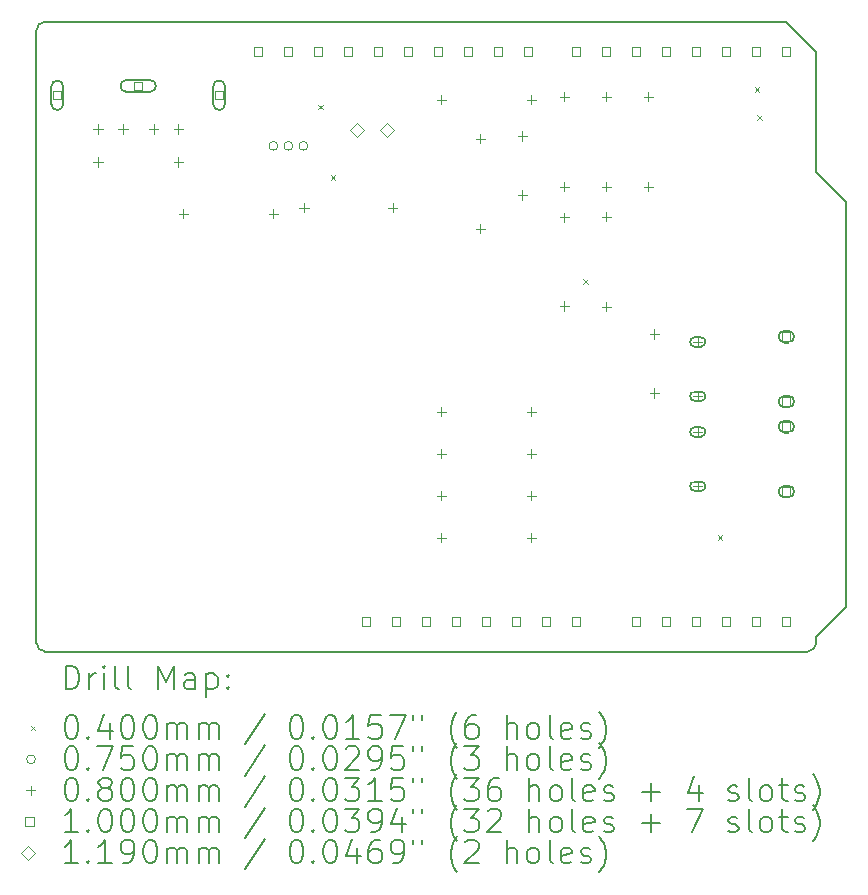
<source format=gbr>
%FSLAX45Y45*%
G04 Gerber Fmt 4.5, Leading zero omitted, Abs format (unit mm)*
G04 Created by KiCad (PCBNEW (6.0.6)) date 2022-07-11 15:06:24*
%MOMM*%
%LPD*%
G01*
G04 APERTURE LIST*
%TA.AperFunction,Profile*%
%ADD10C,0.150000*%
%TD*%
%ADD11C,0.200000*%
%ADD12C,0.040000*%
%ADD13C,0.075000*%
%ADD14C,0.080000*%
%ADD15C,0.100000*%
%ADD16C,0.119000*%
G04 APERTURE END LIST*
D10*
X16604000Y-5936000D02*
X16858000Y-6190000D01*
X10000000Y-9923800D02*
X10000000Y-4742200D01*
X16858000Y-6190000D02*
X16858000Y-9619000D01*
X16527800Y-10000000D02*
X10076200Y-10000000D01*
X10076200Y-4666000D02*
X16350000Y-4666000D01*
X10000000Y-9923800D02*
G75*
G03*
X10076200Y-10000000I76200J0D01*
G01*
X16858000Y-9619000D02*
X16604000Y-9873000D01*
X16350000Y-4666000D02*
X16604000Y-4920000D01*
X16527800Y-10000000D02*
G75*
G03*
X16604000Y-9923800I0J76200D01*
G01*
X16604000Y-4920000D02*
X16604000Y-5936000D01*
X16604000Y-9873000D02*
X16604000Y-9923800D01*
X10076200Y-4666000D02*
G75*
G03*
X10000000Y-4742200I0J-76200D01*
G01*
D11*
D12*
X12388600Y-5367950D02*
X12428600Y-5407950D01*
X12428600Y-5367950D02*
X12388600Y-5407950D01*
X12490950Y-5963070D02*
X12530950Y-6003070D01*
X12530950Y-5963070D02*
X12490950Y-6003070D01*
X14632620Y-6848520D02*
X14672620Y-6888520D01*
X14672620Y-6848520D02*
X14632620Y-6888520D01*
X15767550Y-9014800D02*
X15807550Y-9054800D01*
X15807550Y-9014800D02*
X15767550Y-9054800D01*
X16081600Y-5219180D02*
X16121600Y-5259180D01*
X16121600Y-5219180D02*
X16081600Y-5259180D01*
X16105960Y-5456440D02*
X16145960Y-5496440D01*
X16145960Y-5456440D02*
X16105960Y-5496440D01*
D13*
X12044100Y-5718000D02*
G75*
G03*
X12044100Y-5718000I-37500J0D01*
G01*
X12171100Y-5718000D02*
G75*
G03*
X12171100Y-5718000I-37500J0D01*
G01*
X12298100Y-5718000D02*
G75*
G03*
X12298100Y-5718000I-37500J0D01*
G01*
D14*
X10522600Y-5534700D02*
X10522600Y-5614700D01*
X10482600Y-5574700D02*
X10562600Y-5574700D01*
X10522600Y-5814700D02*
X10522600Y-5894700D01*
X10482600Y-5854700D02*
X10562600Y-5854700D01*
X10732600Y-5534700D02*
X10732600Y-5614700D01*
X10692600Y-5574700D02*
X10772600Y-5574700D01*
X10992600Y-5534700D02*
X10992600Y-5614700D01*
X10952600Y-5574700D02*
X11032600Y-5574700D01*
X11202600Y-5534700D02*
X11202600Y-5614700D01*
X11162600Y-5574700D02*
X11242600Y-5574700D01*
X11202600Y-5814700D02*
X11202600Y-5894700D01*
X11162600Y-5854700D02*
X11242600Y-5854700D01*
X11244600Y-6251600D02*
X11244600Y-6331600D01*
X11204600Y-6291600D02*
X11284600Y-6291600D01*
X12006600Y-6251600D02*
X12006600Y-6331600D01*
X11966600Y-6291600D02*
X12046600Y-6291600D01*
X12266600Y-6200800D02*
X12266600Y-6280800D01*
X12226600Y-6240800D02*
X12306600Y-6240800D01*
X13016600Y-6200800D02*
X13016600Y-6280800D01*
X12976600Y-6240800D02*
X13056600Y-6240800D01*
X13429000Y-5286400D02*
X13429000Y-5366400D01*
X13389000Y-5326400D02*
X13469000Y-5326400D01*
X13429000Y-7928000D02*
X13429000Y-8008000D01*
X13389000Y-7968000D02*
X13469000Y-7968000D01*
X13429000Y-8283600D02*
X13429000Y-8363600D01*
X13389000Y-8323600D02*
X13469000Y-8323600D01*
X13429000Y-8639200D02*
X13429000Y-8719200D01*
X13389000Y-8679200D02*
X13469000Y-8679200D01*
X13429000Y-8994800D02*
X13429000Y-9074800D01*
X13389000Y-9034800D02*
X13469000Y-9034800D01*
X13759200Y-5616600D02*
X13759200Y-5696600D01*
X13719200Y-5656600D02*
X13799200Y-5656600D01*
X13759200Y-6378600D02*
X13759200Y-6458600D01*
X13719200Y-6418600D02*
X13799200Y-6418600D01*
X14114800Y-5595200D02*
X14114800Y-5675200D01*
X14074800Y-5635200D02*
X14154800Y-5635200D01*
X14114800Y-6095200D02*
X14114800Y-6175200D01*
X14074800Y-6135200D02*
X14154800Y-6135200D01*
X14191000Y-5286400D02*
X14191000Y-5366400D01*
X14151000Y-5326400D02*
X14231000Y-5326400D01*
X14191000Y-7928000D02*
X14191000Y-8008000D01*
X14151000Y-7968000D02*
X14231000Y-7968000D01*
X14191000Y-8283600D02*
X14191000Y-8363600D01*
X14151000Y-8323600D02*
X14231000Y-8323600D01*
X14191000Y-8639200D02*
X14191000Y-8719200D01*
X14151000Y-8679200D02*
X14231000Y-8679200D01*
X14191000Y-8994800D02*
X14191000Y-9074800D01*
X14151000Y-9034800D02*
X14231000Y-9034800D01*
X14470400Y-5261000D02*
X14470400Y-5341000D01*
X14430400Y-5301000D02*
X14510400Y-5301000D01*
X14470400Y-6023000D02*
X14470400Y-6103000D01*
X14430400Y-6063000D02*
X14510400Y-6063000D01*
X14470400Y-6283000D02*
X14470400Y-6363000D01*
X14430400Y-6323000D02*
X14510400Y-6323000D01*
X14470400Y-7033000D02*
X14470400Y-7113000D01*
X14430400Y-7073000D02*
X14510400Y-7073000D01*
X14826000Y-5261000D02*
X14826000Y-5341000D01*
X14786000Y-5301000D02*
X14866000Y-5301000D01*
X14826000Y-6023000D02*
X14826000Y-6103000D01*
X14786000Y-6063000D02*
X14866000Y-6063000D01*
X14826000Y-6277000D02*
X14826000Y-6357000D01*
X14786000Y-6317000D02*
X14866000Y-6317000D01*
X14826000Y-7039000D02*
X14826000Y-7119000D01*
X14786000Y-7079000D02*
X14866000Y-7079000D01*
X15181600Y-5261000D02*
X15181600Y-5341000D01*
X15141600Y-5301000D02*
X15221600Y-5301000D01*
X15181600Y-6023000D02*
X15181600Y-6103000D01*
X15141600Y-6063000D02*
X15221600Y-6063000D01*
X15232400Y-7271600D02*
X15232400Y-7351600D01*
X15192400Y-7311600D02*
X15272400Y-7311600D01*
X15232400Y-7771600D02*
X15232400Y-7851600D01*
X15192400Y-7811600D02*
X15272400Y-7811600D01*
X15600000Y-7338000D02*
X15600000Y-7418000D01*
X15560000Y-7378000D02*
X15640000Y-7378000D01*
D11*
X15625000Y-7338000D02*
X15575000Y-7338000D01*
X15625000Y-7418000D02*
X15575000Y-7418000D01*
X15575000Y-7338000D02*
G75*
G03*
X15575000Y-7418000I0J-40000D01*
G01*
X15625000Y-7418000D02*
G75*
G03*
X15625000Y-7338000I0J40000D01*
G01*
D14*
X15600000Y-7798000D02*
X15600000Y-7878000D01*
X15560000Y-7838000D02*
X15640000Y-7838000D01*
D11*
X15625000Y-7798000D02*
X15575000Y-7798000D01*
X15625000Y-7878000D02*
X15575000Y-7878000D01*
X15575000Y-7798000D02*
G75*
G03*
X15575000Y-7878000I0J-40000D01*
G01*
X15625000Y-7878000D02*
G75*
G03*
X15625000Y-7798000I0J40000D01*
G01*
D14*
X15600000Y-8100000D02*
X15600000Y-8180000D01*
X15560000Y-8140000D02*
X15640000Y-8140000D01*
D11*
X15625000Y-8100000D02*
X15575000Y-8100000D01*
X15625000Y-8180000D02*
X15575000Y-8180000D01*
X15575000Y-8100000D02*
G75*
G03*
X15575000Y-8180000I0J-40000D01*
G01*
X15625000Y-8180000D02*
G75*
G03*
X15625000Y-8100000I0J40000D01*
G01*
D14*
X15600000Y-8560000D02*
X15600000Y-8640000D01*
X15560000Y-8600000D02*
X15640000Y-8600000D01*
D11*
X15625000Y-8560000D02*
X15575000Y-8560000D01*
X15625000Y-8640000D02*
X15575000Y-8640000D01*
X15575000Y-8560000D02*
G75*
G03*
X15575000Y-8640000I0J-40000D01*
G01*
X15625000Y-8640000D02*
G75*
G03*
X15625000Y-8560000I0J40000D01*
G01*
D15*
X10212956Y-5325056D02*
X10212956Y-5254344D01*
X10142244Y-5254344D01*
X10142244Y-5325056D01*
X10212956Y-5325056D01*
D11*
X10227600Y-5364700D02*
X10227600Y-5214700D01*
X10127600Y-5364700D02*
X10127600Y-5214700D01*
X10227600Y-5214700D02*
G75*
G03*
X10127600Y-5214700I-50000J0D01*
G01*
X10127600Y-5364700D02*
G75*
G03*
X10227600Y-5364700I50000J0D01*
G01*
D15*
X10897956Y-5245056D02*
X10897956Y-5174344D01*
X10827244Y-5174344D01*
X10827244Y-5245056D01*
X10897956Y-5245056D01*
D11*
X10962600Y-5159700D02*
X10762600Y-5159700D01*
X10962600Y-5259700D02*
X10762600Y-5259700D01*
X10762600Y-5159700D02*
G75*
G03*
X10762600Y-5259700I0J-50000D01*
G01*
X10962600Y-5259700D02*
G75*
G03*
X10962600Y-5159700I0J50000D01*
G01*
D15*
X11582956Y-5325056D02*
X11582956Y-5254344D01*
X11512244Y-5254344D01*
X11512244Y-5325056D01*
X11582956Y-5325056D01*
D11*
X11597600Y-5364700D02*
X11597600Y-5214700D01*
X11497600Y-5364700D02*
X11497600Y-5214700D01*
X11597600Y-5214700D02*
G75*
G03*
X11497600Y-5214700I-50000J0D01*
G01*
X11497600Y-5364700D02*
G75*
G03*
X11597600Y-5364700I50000J0D01*
G01*
D15*
X11914956Y-4955356D02*
X11914956Y-4884644D01*
X11844244Y-4884644D01*
X11844244Y-4955356D01*
X11914956Y-4955356D01*
X12168956Y-4955356D02*
X12168956Y-4884644D01*
X12098244Y-4884644D01*
X12098244Y-4955356D01*
X12168956Y-4955356D01*
X12422956Y-4955356D02*
X12422956Y-4884644D01*
X12352244Y-4884644D01*
X12352244Y-4955356D01*
X12422956Y-4955356D01*
X12676956Y-4955356D02*
X12676956Y-4884644D01*
X12606244Y-4884644D01*
X12606244Y-4955356D01*
X12676956Y-4955356D01*
X12829356Y-9781356D02*
X12829356Y-9710644D01*
X12758644Y-9710644D01*
X12758644Y-9781356D01*
X12829356Y-9781356D01*
X12930956Y-4955356D02*
X12930956Y-4884644D01*
X12860244Y-4884644D01*
X12860244Y-4955356D01*
X12930956Y-4955356D01*
X13083356Y-9781356D02*
X13083356Y-9710644D01*
X13012644Y-9710644D01*
X13012644Y-9781356D01*
X13083356Y-9781356D01*
X13184956Y-4955356D02*
X13184956Y-4884644D01*
X13114244Y-4884644D01*
X13114244Y-4955356D01*
X13184956Y-4955356D01*
X13337356Y-9781356D02*
X13337356Y-9710644D01*
X13266644Y-9710644D01*
X13266644Y-9781356D01*
X13337356Y-9781356D01*
X13438956Y-4955356D02*
X13438956Y-4884644D01*
X13368244Y-4884644D01*
X13368244Y-4955356D01*
X13438956Y-4955356D01*
X13591356Y-9781356D02*
X13591356Y-9710644D01*
X13520644Y-9710644D01*
X13520644Y-9781356D01*
X13591356Y-9781356D01*
X13692956Y-4955356D02*
X13692956Y-4884644D01*
X13622244Y-4884644D01*
X13622244Y-4955356D01*
X13692956Y-4955356D01*
X13845356Y-9781356D02*
X13845356Y-9710644D01*
X13774644Y-9710644D01*
X13774644Y-9781356D01*
X13845356Y-9781356D01*
X13946956Y-4955356D02*
X13946956Y-4884644D01*
X13876244Y-4884644D01*
X13876244Y-4955356D01*
X13946956Y-4955356D01*
X14099356Y-9781356D02*
X14099356Y-9710644D01*
X14028644Y-9710644D01*
X14028644Y-9781356D01*
X14099356Y-9781356D01*
X14200956Y-4955356D02*
X14200956Y-4884644D01*
X14130244Y-4884644D01*
X14130244Y-4955356D01*
X14200956Y-4955356D01*
X14353356Y-9781356D02*
X14353356Y-9710644D01*
X14282644Y-9710644D01*
X14282644Y-9781356D01*
X14353356Y-9781356D01*
X14607356Y-4955356D02*
X14607356Y-4884644D01*
X14536644Y-4884644D01*
X14536644Y-4955356D01*
X14607356Y-4955356D01*
X14607356Y-9781356D02*
X14607356Y-9710644D01*
X14536644Y-9710644D01*
X14536644Y-9781356D01*
X14607356Y-9781356D01*
X14861356Y-4955356D02*
X14861356Y-4884644D01*
X14790644Y-4884644D01*
X14790644Y-4955356D01*
X14861356Y-4955356D01*
X15115356Y-4955356D02*
X15115356Y-4884644D01*
X15044644Y-4884644D01*
X15044644Y-4955356D01*
X15115356Y-4955356D01*
X15115356Y-9781356D02*
X15115356Y-9710644D01*
X15044644Y-9710644D01*
X15044644Y-9781356D01*
X15115356Y-9781356D01*
X15369356Y-4955356D02*
X15369356Y-4884644D01*
X15298644Y-4884644D01*
X15298644Y-4955356D01*
X15369356Y-4955356D01*
X15369356Y-9781356D02*
X15369356Y-9710644D01*
X15298644Y-9710644D01*
X15298644Y-9781356D01*
X15369356Y-9781356D01*
X15623356Y-4955356D02*
X15623356Y-4884644D01*
X15552644Y-4884644D01*
X15552644Y-4955356D01*
X15623356Y-4955356D01*
X15623356Y-9781356D02*
X15623356Y-9710644D01*
X15552644Y-9710644D01*
X15552644Y-9781356D01*
X15623356Y-9781356D01*
X15877356Y-4955356D02*
X15877356Y-4884644D01*
X15806644Y-4884644D01*
X15806644Y-4955356D01*
X15877356Y-4955356D01*
X15877356Y-9781356D02*
X15877356Y-9710644D01*
X15806644Y-9710644D01*
X15806644Y-9781356D01*
X15877356Y-9781356D01*
X16131356Y-4955356D02*
X16131356Y-4884644D01*
X16060644Y-4884644D01*
X16060644Y-4955356D01*
X16131356Y-4955356D01*
X16131356Y-9781356D02*
X16131356Y-9710644D01*
X16060644Y-9710644D01*
X16060644Y-9781356D01*
X16131356Y-9781356D01*
X16385356Y-4955356D02*
X16385356Y-4884644D01*
X16314644Y-4884644D01*
X16314644Y-4955356D01*
X16385356Y-4955356D01*
X16385356Y-7368356D02*
X16385356Y-7297644D01*
X16314644Y-7297644D01*
X16314644Y-7368356D01*
X16385356Y-7368356D01*
D11*
X16365000Y-7283000D02*
X16335000Y-7283000D01*
X16365000Y-7383000D02*
X16335000Y-7383000D01*
X16335000Y-7283000D02*
G75*
G03*
X16335000Y-7383000I0J-50000D01*
G01*
X16365000Y-7383000D02*
G75*
G03*
X16365000Y-7283000I0J50000D01*
G01*
D15*
X16385356Y-7918356D02*
X16385356Y-7847644D01*
X16314644Y-7847644D01*
X16314644Y-7918356D01*
X16385356Y-7918356D01*
D11*
X16365000Y-7833000D02*
X16335000Y-7833000D01*
X16365000Y-7933000D02*
X16335000Y-7933000D01*
X16335000Y-7833000D02*
G75*
G03*
X16335000Y-7933000I0J-50000D01*
G01*
X16365000Y-7933000D02*
G75*
G03*
X16365000Y-7833000I0J50000D01*
G01*
D15*
X16385356Y-8130356D02*
X16385356Y-8059644D01*
X16314644Y-8059644D01*
X16314644Y-8130356D01*
X16385356Y-8130356D01*
D11*
X16365000Y-8045000D02*
X16335000Y-8045000D01*
X16365000Y-8145000D02*
X16335000Y-8145000D01*
X16335000Y-8045000D02*
G75*
G03*
X16335000Y-8145000I0J-50000D01*
G01*
X16365000Y-8145000D02*
G75*
G03*
X16365000Y-8045000I0J50000D01*
G01*
D15*
X16385356Y-8680356D02*
X16385356Y-8609644D01*
X16314644Y-8609644D01*
X16314644Y-8680356D01*
X16385356Y-8680356D01*
D11*
X16365000Y-8595000D02*
X16335000Y-8595000D01*
X16365000Y-8695000D02*
X16335000Y-8695000D01*
X16335000Y-8595000D02*
G75*
G03*
X16335000Y-8695000I0J-50000D01*
G01*
X16365000Y-8695000D02*
G75*
G03*
X16365000Y-8595000I0J50000D01*
G01*
D15*
X16385356Y-9781356D02*
X16385356Y-9710644D01*
X16314644Y-9710644D01*
X16314644Y-9781356D01*
X16385356Y-9781356D01*
D16*
X12717800Y-5641900D02*
X12777300Y-5582400D01*
X12717800Y-5522900D01*
X12658300Y-5582400D01*
X12717800Y-5641900D01*
X12971800Y-5641900D02*
X13031300Y-5582400D01*
X12971800Y-5522900D01*
X12912300Y-5582400D01*
X12971800Y-5641900D01*
D11*
X10250119Y-10317976D02*
X10250119Y-10117976D01*
X10297738Y-10117976D01*
X10326310Y-10127500D01*
X10345357Y-10146548D01*
X10354881Y-10165595D01*
X10364405Y-10203690D01*
X10364405Y-10232262D01*
X10354881Y-10270357D01*
X10345357Y-10289405D01*
X10326310Y-10308452D01*
X10297738Y-10317976D01*
X10250119Y-10317976D01*
X10450119Y-10317976D02*
X10450119Y-10184643D01*
X10450119Y-10222738D02*
X10459643Y-10203690D01*
X10469167Y-10194167D01*
X10488214Y-10184643D01*
X10507262Y-10184643D01*
X10573929Y-10317976D02*
X10573929Y-10184643D01*
X10573929Y-10117976D02*
X10564405Y-10127500D01*
X10573929Y-10137024D01*
X10583452Y-10127500D01*
X10573929Y-10117976D01*
X10573929Y-10137024D01*
X10697738Y-10317976D02*
X10678690Y-10308452D01*
X10669167Y-10289405D01*
X10669167Y-10117976D01*
X10802500Y-10317976D02*
X10783452Y-10308452D01*
X10773929Y-10289405D01*
X10773929Y-10117976D01*
X11031071Y-10317976D02*
X11031071Y-10117976D01*
X11097738Y-10260833D01*
X11164405Y-10117976D01*
X11164405Y-10317976D01*
X11345357Y-10317976D02*
X11345357Y-10213214D01*
X11335833Y-10194167D01*
X11316786Y-10184643D01*
X11278690Y-10184643D01*
X11259643Y-10194167D01*
X11345357Y-10308452D02*
X11326309Y-10317976D01*
X11278690Y-10317976D01*
X11259643Y-10308452D01*
X11250119Y-10289405D01*
X11250119Y-10270357D01*
X11259643Y-10251310D01*
X11278690Y-10241786D01*
X11326309Y-10241786D01*
X11345357Y-10232262D01*
X11440595Y-10184643D02*
X11440595Y-10384643D01*
X11440595Y-10194167D02*
X11459643Y-10184643D01*
X11497738Y-10184643D01*
X11516786Y-10194167D01*
X11526309Y-10203690D01*
X11535833Y-10222738D01*
X11535833Y-10279881D01*
X11526309Y-10298929D01*
X11516786Y-10308452D01*
X11497738Y-10317976D01*
X11459643Y-10317976D01*
X11440595Y-10308452D01*
X11621548Y-10298929D02*
X11631071Y-10308452D01*
X11621548Y-10317976D01*
X11612024Y-10308452D01*
X11621548Y-10298929D01*
X11621548Y-10317976D01*
X11621548Y-10194167D02*
X11631071Y-10203690D01*
X11621548Y-10213214D01*
X11612024Y-10203690D01*
X11621548Y-10194167D01*
X11621548Y-10213214D01*
D12*
X9952500Y-10627500D02*
X9992500Y-10667500D01*
X9992500Y-10627500D02*
X9952500Y-10667500D01*
D11*
X10288214Y-10537976D02*
X10307262Y-10537976D01*
X10326310Y-10547500D01*
X10335833Y-10557024D01*
X10345357Y-10576071D01*
X10354881Y-10614167D01*
X10354881Y-10661786D01*
X10345357Y-10699881D01*
X10335833Y-10718929D01*
X10326310Y-10728452D01*
X10307262Y-10737976D01*
X10288214Y-10737976D01*
X10269167Y-10728452D01*
X10259643Y-10718929D01*
X10250119Y-10699881D01*
X10240595Y-10661786D01*
X10240595Y-10614167D01*
X10250119Y-10576071D01*
X10259643Y-10557024D01*
X10269167Y-10547500D01*
X10288214Y-10537976D01*
X10440595Y-10718929D02*
X10450119Y-10728452D01*
X10440595Y-10737976D01*
X10431071Y-10728452D01*
X10440595Y-10718929D01*
X10440595Y-10737976D01*
X10621548Y-10604643D02*
X10621548Y-10737976D01*
X10573929Y-10528452D02*
X10526310Y-10671310D01*
X10650119Y-10671310D01*
X10764405Y-10537976D02*
X10783452Y-10537976D01*
X10802500Y-10547500D01*
X10812024Y-10557024D01*
X10821548Y-10576071D01*
X10831071Y-10614167D01*
X10831071Y-10661786D01*
X10821548Y-10699881D01*
X10812024Y-10718929D01*
X10802500Y-10728452D01*
X10783452Y-10737976D01*
X10764405Y-10737976D01*
X10745357Y-10728452D01*
X10735833Y-10718929D01*
X10726310Y-10699881D01*
X10716786Y-10661786D01*
X10716786Y-10614167D01*
X10726310Y-10576071D01*
X10735833Y-10557024D01*
X10745357Y-10547500D01*
X10764405Y-10537976D01*
X10954881Y-10537976D02*
X10973929Y-10537976D01*
X10992976Y-10547500D01*
X11002500Y-10557024D01*
X11012024Y-10576071D01*
X11021548Y-10614167D01*
X11021548Y-10661786D01*
X11012024Y-10699881D01*
X11002500Y-10718929D01*
X10992976Y-10728452D01*
X10973929Y-10737976D01*
X10954881Y-10737976D01*
X10935833Y-10728452D01*
X10926310Y-10718929D01*
X10916786Y-10699881D01*
X10907262Y-10661786D01*
X10907262Y-10614167D01*
X10916786Y-10576071D01*
X10926310Y-10557024D01*
X10935833Y-10547500D01*
X10954881Y-10537976D01*
X11107262Y-10737976D02*
X11107262Y-10604643D01*
X11107262Y-10623690D02*
X11116786Y-10614167D01*
X11135833Y-10604643D01*
X11164405Y-10604643D01*
X11183452Y-10614167D01*
X11192976Y-10633214D01*
X11192976Y-10737976D01*
X11192976Y-10633214D02*
X11202500Y-10614167D01*
X11221548Y-10604643D01*
X11250119Y-10604643D01*
X11269167Y-10614167D01*
X11278690Y-10633214D01*
X11278690Y-10737976D01*
X11373928Y-10737976D02*
X11373928Y-10604643D01*
X11373928Y-10623690D02*
X11383452Y-10614167D01*
X11402500Y-10604643D01*
X11431071Y-10604643D01*
X11450119Y-10614167D01*
X11459643Y-10633214D01*
X11459643Y-10737976D01*
X11459643Y-10633214D02*
X11469167Y-10614167D01*
X11488214Y-10604643D01*
X11516786Y-10604643D01*
X11535833Y-10614167D01*
X11545357Y-10633214D01*
X11545357Y-10737976D01*
X11935833Y-10528452D02*
X11764405Y-10785595D01*
X12192976Y-10537976D02*
X12212024Y-10537976D01*
X12231071Y-10547500D01*
X12240595Y-10557024D01*
X12250119Y-10576071D01*
X12259643Y-10614167D01*
X12259643Y-10661786D01*
X12250119Y-10699881D01*
X12240595Y-10718929D01*
X12231071Y-10728452D01*
X12212024Y-10737976D01*
X12192976Y-10737976D01*
X12173928Y-10728452D01*
X12164405Y-10718929D01*
X12154881Y-10699881D01*
X12145357Y-10661786D01*
X12145357Y-10614167D01*
X12154881Y-10576071D01*
X12164405Y-10557024D01*
X12173928Y-10547500D01*
X12192976Y-10537976D01*
X12345357Y-10718929D02*
X12354881Y-10728452D01*
X12345357Y-10737976D01*
X12335833Y-10728452D01*
X12345357Y-10718929D01*
X12345357Y-10737976D01*
X12478690Y-10537976D02*
X12497738Y-10537976D01*
X12516786Y-10547500D01*
X12526309Y-10557024D01*
X12535833Y-10576071D01*
X12545357Y-10614167D01*
X12545357Y-10661786D01*
X12535833Y-10699881D01*
X12526309Y-10718929D01*
X12516786Y-10728452D01*
X12497738Y-10737976D01*
X12478690Y-10737976D01*
X12459643Y-10728452D01*
X12450119Y-10718929D01*
X12440595Y-10699881D01*
X12431071Y-10661786D01*
X12431071Y-10614167D01*
X12440595Y-10576071D01*
X12450119Y-10557024D01*
X12459643Y-10547500D01*
X12478690Y-10537976D01*
X12735833Y-10737976D02*
X12621548Y-10737976D01*
X12678690Y-10737976D02*
X12678690Y-10537976D01*
X12659643Y-10566548D01*
X12640595Y-10585595D01*
X12621548Y-10595119D01*
X12916786Y-10537976D02*
X12821548Y-10537976D01*
X12812024Y-10633214D01*
X12821548Y-10623690D01*
X12840595Y-10614167D01*
X12888214Y-10614167D01*
X12907262Y-10623690D01*
X12916786Y-10633214D01*
X12926309Y-10652262D01*
X12926309Y-10699881D01*
X12916786Y-10718929D01*
X12907262Y-10728452D01*
X12888214Y-10737976D01*
X12840595Y-10737976D01*
X12821548Y-10728452D01*
X12812024Y-10718929D01*
X12992976Y-10537976D02*
X13126309Y-10537976D01*
X13040595Y-10737976D01*
X13192976Y-10537976D02*
X13192976Y-10576071D01*
X13269167Y-10537976D02*
X13269167Y-10576071D01*
X13564405Y-10814167D02*
X13554881Y-10804643D01*
X13535833Y-10776071D01*
X13526309Y-10757024D01*
X13516786Y-10728452D01*
X13507262Y-10680833D01*
X13507262Y-10642738D01*
X13516786Y-10595119D01*
X13526309Y-10566548D01*
X13535833Y-10547500D01*
X13554881Y-10518929D01*
X13564405Y-10509405D01*
X13726309Y-10537976D02*
X13688214Y-10537976D01*
X13669167Y-10547500D01*
X13659643Y-10557024D01*
X13640595Y-10585595D01*
X13631071Y-10623690D01*
X13631071Y-10699881D01*
X13640595Y-10718929D01*
X13650119Y-10728452D01*
X13669167Y-10737976D01*
X13707262Y-10737976D01*
X13726309Y-10728452D01*
X13735833Y-10718929D01*
X13745357Y-10699881D01*
X13745357Y-10652262D01*
X13735833Y-10633214D01*
X13726309Y-10623690D01*
X13707262Y-10614167D01*
X13669167Y-10614167D01*
X13650119Y-10623690D01*
X13640595Y-10633214D01*
X13631071Y-10652262D01*
X13983452Y-10737976D02*
X13983452Y-10537976D01*
X14069167Y-10737976D02*
X14069167Y-10633214D01*
X14059643Y-10614167D01*
X14040595Y-10604643D01*
X14012024Y-10604643D01*
X13992976Y-10614167D01*
X13983452Y-10623690D01*
X14192976Y-10737976D02*
X14173928Y-10728452D01*
X14164405Y-10718929D01*
X14154881Y-10699881D01*
X14154881Y-10642738D01*
X14164405Y-10623690D01*
X14173928Y-10614167D01*
X14192976Y-10604643D01*
X14221548Y-10604643D01*
X14240595Y-10614167D01*
X14250119Y-10623690D01*
X14259643Y-10642738D01*
X14259643Y-10699881D01*
X14250119Y-10718929D01*
X14240595Y-10728452D01*
X14221548Y-10737976D01*
X14192976Y-10737976D01*
X14373928Y-10737976D02*
X14354881Y-10728452D01*
X14345357Y-10709405D01*
X14345357Y-10537976D01*
X14526309Y-10728452D02*
X14507262Y-10737976D01*
X14469167Y-10737976D01*
X14450119Y-10728452D01*
X14440595Y-10709405D01*
X14440595Y-10633214D01*
X14450119Y-10614167D01*
X14469167Y-10604643D01*
X14507262Y-10604643D01*
X14526309Y-10614167D01*
X14535833Y-10633214D01*
X14535833Y-10652262D01*
X14440595Y-10671310D01*
X14612024Y-10728452D02*
X14631071Y-10737976D01*
X14669167Y-10737976D01*
X14688214Y-10728452D01*
X14697738Y-10709405D01*
X14697738Y-10699881D01*
X14688214Y-10680833D01*
X14669167Y-10671310D01*
X14640595Y-10671310D01*
X14621548Y-10661786D01*
X14612024Y-10642738D01*
X14612024Y-10633214D01*
X14621548Y-10614167D01*
X14640595Y-10604643D01*
X14669167Y-10604643D01*
X14688214Y-10614167D01*
X14764405Y-10814167D02*
X14773928Y-10804643D01*
X14792976Y-10776071D01*
X14802500Y-10757024D01*
X14812024Y-10728452D01*
X14821548Y-10680833D01*
X14821548Y-10642738D01*
X14812024Y-10595119D01*
X14802500Y-10566548D01*
X14792976Y-10547500D01*
X14773928Y-10518929D01*
X14764405Y-10509405D01*
D13*
X9992500Y-10911500D02*
G75*
G03*
X9992500Y-10911500I-37500J0D01*
G01*
D11*
X10288214Y-10801976D02*
X10307262Y-10801976D01*
X10326310Y-10811500D01*
X10335833Y-10821024D01*
X10345357Y-10840071D01*
X10354881Y-10878167D01*
X10354881Y-10925786D01*
X10345357Y-10963881D01*
X10335833Y-10982929D01*
X10326310Y-10992452D01*
X10307262Y-11001976D01*
X10288214Y-11001976D01*
X10269167Y-10992452D01*
X10259643Y-10982929D01*
X10250119Y-10963881D01*
X10240595Y-10925786D01*
X10240595Y-10878167D01*
X10250119Y-10840071D01*
X10259643Y-10821024D01*
X10269167Y-10811500D01*
X10288214Y-10801976D01*
X10440595Y-10982929D02*
X10450119Y-10992452D01*
X10440595Y-11001976D01*
X10431071Y-10992452D01*
X10440595Y-10982929D01*
X10440595Y-11001976D01*
X10516786Y-10801976D02*
X10650119Y-10801976D01*
X10564405Y-11001976D01*
X10821548Y-10801976D02*
X10726310Y-10801976D01*
X10716786Y-10897214D01*
X10726310Y-10887690D01*
X10745357Y-10878167D01*
X10792976Y-10878167D01*
X10812024Y-10887690D01*
X10821548Y-10897214D01*
X10831071Y-10916262D01*
X10831071Y-10963881D01*
X10821548Y-10982929D01*
X10812024Y-10992452D01*
X10792976Y-11001976D01*
X10745357Y-11001976D01*
X10726310Y-10992452D01*
X10716786Y-10982929D01*
X10954881Y-10801976D02*
X10973929Y-10801976D01*
X10992976Y-10811500D01*
X11002500Y-10821024D01*
X11012024Y-10840071D01*
X11021548Y-10878167D01*
X11021548Y-10925786D01*
X11012024Y-10963881D01*
X11002500Y-10982929D01*
X10992976Y-10992452D01*
X10973929Y-11001976D01*
X10954881Y-11001976D01*
X10935833Y-10992452D01*
X10926310Y-10982929D01*
X10916786Y-10963881D01*
X10907262Y-10925786D01*
X10907262Y-10878167D01*
X10916786Y-10840071D01*
X10926310Y-10821024D01*
X10935833Y-10811500D01*
X10954881Y-10801976D01*
X11107262Y-11001976D02*
X11107262Y-10868643D01*
X11107262Y-10887690D02*
X11116786Y-10878167D01*
X11135833Y-10868643D01*
X11164405Y-10868643D01*
X11183452Y-10878167D01*
X11192976Y-10897214D01*
X11192976Y-11001976D01*
X11192976Y-10897214D02*
X11202500Y-10878167D01*
X11221548Y-10868643D01*
X11250119Y-10868643D01*
X11269167Y-10878167D01*
X11278690Y-10897214D01*
X11278690Y-11001976D01*
X11373928Y-11001976D02*
X11373928Y-10868643D01*
X11373928Y-10887690D02*
X11383452Y-10878167D01*
X11402500Y-10868643D01*
X11431071Y-10868643D01*
X11450119Y-10878167D01*
X11459643Y-10897214D01*
X11459643Y-11001976D01*
X11459643Y-10897214D02*
X11469167Y-10878167D01*
X11488214Y-10868643D01*
X11516786Y-10868643D01*
X11535833Y-10878167D01*
X11545357Y-10897214D01*
X11545357Y-11001976D01*
X11935833Y-10792452D02*
X11764405Y-11049595D01*
X12192976Y-10801976D02*
X12212024Y-10801976D01*
X12231071Y-10811500D01*
X12240595Y-10821024D01*
X12250119Y-10840071D01*
X12259643Y-10878167D01*
X12259643Y-10925786D01*
X12250119Y-10963881D01*
X12240595Y-10982929D01*
X12231071Y-10992452D01*
X12212024Y-11001976D01*
X12192976Y-11001976D01*
X12173928Y-10992452D01*
X12164405Y-10982929D01*
X12154881Y-10963881D01*
X12145357Y-10925786D01*
X12145357Y-10878167D01*
X12154881Y-10840071D01*
X12164405Y-10821024D01*
X12173928Y-10811500D01*
X12192976Y-10801976D01*
X12345357Y-10982929D02*
X12354881Y-10992452D01*
X12345357Y-11001976D01*
X12335833Y-10992452D01*
X12345357Y-10982929D01*
X12345357Y-11001976D01*
X12478690Y-10801976D02*
X12497738Y-10801976D01*
X12516786Y-10811500D01*
X12526309Y-10821024D01*
X12535833Y-10840071D01*
X12545357Y-10878167D01*
X12545357Y-10925786D01*
X12535833Y-10963881D01*
X12526309Y-10982929D01*
X12516786Y-10992452D01*
X12497738Y-11001976D01*
X12478690Y-11001976D01*
X12459643Y-10992452D01*
X12450119Y-10982929D01*
X12440595Y-10963881D01*
X12431071Y-10925786D01*
X12431071Y-10878167D01*
X12440595Y-10840071D01*
X12450119Y-10821024D01*
X12459643Y-10811500D01*
X12478690Y-10801976D01*
X12621548Y-10821024D02*
X12631071Y-10811500D01*
X12650119Y-10801976D01*
X12697738Y-10801976D01*
X12716786Y-10811500D01*
X12726309Y-10821024D01*
X12735833Y-10840071D01*
X12735833Y-10859119D01*
X12726309Y-10887690D01*
X12612024Y-11001976D01*
X12735833Y-11001976D01*
X12831071Y-11001976D02*
X12869167Y-11001976D01*
X12888214Y-10992452D01*
X12897738Y-10982929D01*
X12916786Y-10954357D01*
X12926309Y-10916262D01*
X12926309Y-10840071D01*
X12916786Y-10821024D01*
X12907262Y-10811500D01*
X12888214Y-10801976D01*
X12850119Y-10801976D01*
X12831071Y-10811500D01*
X12821548Y-10821024D01*
X12812024Y-10840071D01*
X12812024Y-10887690D01*
X12821548Y-10906738D01*
X12831071Y-10916262D01*
X12850119Y-10925786D01*
X12888214Y-10925786D01*
X12907262Y-10916262D01*
X12916786Y-10906738D01*
X12926309Y-10887690D01*
X13107262Y-10801976D02*
X13012024Y-10801976D01*
X13002500Y-10897214D01*
X13012024Y-10887690D01*
X13031071Y-10878167D01*
X13078690Y-10878167D01*
X13097738Y-10887690D01*
X13107262Y-10897214D01*
X13116786Y-10916262D01*
X13116786Y-10963881D01*
X13107262Y-10982929D01*
X13097738Y-10992452D01*
X13078690Y-11001976D01*
X13031071Y-11001976D01*
X13012024Y-10992452D01*
X13002500Y-10982929D01*
X13192976Y-10801976D02*
X13192976Y-10840071D01*
X13269167Y-10801976D02*
X13269167Y-10840071D01*
X13564405Y-11078167D02*
X13554881Y-11068643D01*
X13535833Y-11040071D01*
X13526309Y-11021024D01*
X13516786Y-10992452D01*
X13507262Y-10944833D01*
X13507262Y-10906738D01*
X13516786Y-10859119D01*
X13526309Y-10830548D01*
X13535833Y-10811500D01*
X13554881Y-10782929D01*
X13564405Y-10773405D01*
X13621548Y-10801976D02*
X13745357Y-10801976D01*
X13678690Y-10878167D01*
X13707262Y-10878167D01*
X13726309Y-10887690D01*
X13735833Y-10897214D01*
X13745357Y-10916262D01*
X13745357Y-10963881D01*
X13735833Y-10982929D01*
X13726309Y-10992452D01*
X13707262Y-11001976D01*
X13650119Y-11001976D01*
X13631071Y-10992452D01*
X13621548Y-10982929D01*
X13983452Y-11001976D02*
X13983452Y-10801976D01*
X14069167Y-11001976D02*
X14069167Y-10897214D01*
X14059643Y-10878167D01*
X14040595Y-10868643D01*
X14012024Y-10868643D01*
X13992976Y-10878167D01*
X13983452Y-10887690D01*
X14192976Y-11001976D02*
X14173928Y-10992452D01*
X14164405Y-10982929D01*
X14154881Y-10963881D01*
X14154881Y-10906738D01*
X14164405Y-10887690D01*
X14173928Y-10878167D01*
X14192976Y-10868643D01*
X14221548Y-10868643D01*
X14240595Y-10878167D01*
X14250119Y-10887690D01*
X14259643Y-10906738D01*
X14259643Y-10963881D01*
X14250119Y-10982929D01*
X14240595Y-10992452D01*
X14221548Y-11001976D01*
X14192976Y-11001976D01*
X14373928Y-11001976D02*
X14354881Y-10992452D01*
X14345357Y-10973405D01*
X14345357Y-10801976D01*
X14526309Y-10992452D02*
X14507262Y-11001976D01*
X14469167Y-11001976D01*
X14450119Y-10992452D01*
X14440595Y-10973405D01*
X14440595Y-10897214D01*
X14450119Y-10878167D01*
X14469167Y-10868643D01*
X14507262Y-10868643D01*
X14526309Y-10878167D01*
X14535833Y-10897214D01*
X14535833Y-10916262D01*
X14440595Y-10935310D01*
X14612024Y-10992452D02*
X14631071Y-11001976D01*
X14669167Y-11001976D01*
X14688214Y-10992452D01*
X14697738Y-10973405D01*
X14697738Y-10963881D01*
X14688214Y-10944833D01*
X14669167Y-10935310D01*
X14640595Y-10935310D01*
X14621548Y-10925786D01*
X14612024Y-10906738D01*
X14612024Y-10897214D01*
X14621548Y-10878167D01*
X14640595Y-10868643D01*
X14669167Y-10868643D01*
X14688214Y-10878167D01*
X14764405Y-11078167D02*
X14773928Y-11068643D01*
X14792976Y-11040071D01*
X14802500Y-11021024D01*
X14812024Y-10992452D01*
X14821548Y-10944833D01*
X14821548Y-10906738D01*
X14812024Y-10859119D01*
X14802500Y-10830548D01*
X14792976Y-10811500D01*
X14773928Y-10782929D01*
X14764405Y-10773405D01*
D14*
X9952500Y-11135500D02*
X9952500Y-11215500D01*
X9912500Y-11175500D02*
X9992500Y-11175500D01*
D11*
X10288214Y-11065976D02*
X10307262Y-11065976D01*
X10326310Y-11075500D01*
X10335833Y-11085024D01*
X10345357Y-11104071D01*
X10354881Y-11142167D01*
X10354881Y-11189786D01*
X10345357Y-11227881D01*
X10335833Y-11246928D01*
X10326310Y-11256452D01*
X10307262Y-11265976D01*
X10288214Y-11265976D01*
X10269167Y-11256452D01*
X10259643Y-11246928D01*
X10250119Y-11227881D01*
X10240595Y-11189786D01*
X10240595Y-11142167D01*
X10250119Y-11104071D01*
X10259643Y-11085024D01*
X10269167Y-11075500D01*
X10288214Y-11065976D01*
X10440595Y-11246928D02*
X10450119Y-11256452D01*
X10440595Y-11265976D01*
X10431071Y-11256452D01*
X10440595Y-11246928D01*
X10440595Y-11265976D01*
X10564405Y-11151690D02*
X10545357Y-11142167D01*
X10535833Y-11132643D01*
X10526310Y-11113595D01*
X10526310Y-11104071D01*
X10535833Y-11085024D01*
X10545357Y-11075500D01*
X10564405Y-11065976D01*
X10602500Y-11065976D01*
X10621548Y-11075500D01*
X10631071Y-11085024D01*
X10640595Y-11104071D01*
X10640595Y-11113595D01*
X10631071Y-11132643D01*
X10621548Y-11142167D01*
X10602500Y-11151690D01*
X10564405Y-11151690D01*
X10545357Y-11161214D01*
X10535833Y-11170738D01*
X10526310Y-11189786D01*
X10526310Y-11227881D01*
X10535833Y-11246928D01*
X10545357Y-11256452D01*
X10564405Y-11265976D01*
X10602500Y-11265976D01*
X10621548Y-11256452D01*
X10631071Y-11246928D01*
X10640595Y-11227881D01*
X10640595Y-11189786D01*
X10631071Y-11170738D01*
X10621548Y-11161214D01*
X10602500Y-11151690D01*
X10764405Y-11065976D02*
X10783452Y-11065976D01*
X10802500Y-11075500D01*
X10812024Y-11085024D01*
X10821548Y-11104071D01*
X10831071Y-11142167D01*
X10831071Y-11189786D01*
X10821548Y-11227881D01*
X10812024Y-11246928D01*
X10802500Y-11256452D01*
X10783452Y-11265976D01*
X10764405Y-11265976D01*
X10745357Y-11256452D01*
X10735833Y-11246928D01*
X10726310Y-11227881D01*
X10716786Y-11189786D01*
X10716786Y-11142167D01*
X10726310Y-11104071D01*
X10735833Y-11085024D01*
X10745357Y-11075500D01*
X10764405Y-11065976D01*
X10954881Y-11065976D02*
X10973929Y-11065976D01*
X10992976Y-11075500D01*
X11002500Y-11085024D01*
X11012024Y-11104071D01*
X11021548Y-11142167D01*
X11021548Y-11189786D01*
X11012024Y-11227881D01*
X11002500Y-11246928D01*
X10992976Y-11256452D01*
X10973929Y-11265976D01*
X10954881Y-11265976D01*
X10935833Y-11256452D01*
X10926310Y-11246928D01*
X10916786Y-11227881D01*
X10907262Y-11189786D01*
X10907262Y-11142167D01*
X10916786Y-11104071D01*
X10926310Y-11085024D01*
X10935833Y-11075500D01*
X10954881Y-11065976D01*
X11107262Y-11265976D02*
X11107262Y-11132643D01*
X11107262Y-11151690D02*
X11116786Y-11142167D01*
X11135833Y-11132643D01*
X11164405Y-11132643D01*
X11183452Y-11142167D01*
X11192976Y-11161214D01*
X11192976Y-11265976D01*
X11192976Y-11161214D02*
X11202500Y-11142167D01*
X11221548Y-11132643D01*
X11250119Y-11132643D01*
X11269167Y-11142167D01*
X11278690Y-11161214D01*
X11278690Y-11265976D01*
X11373928Y-11265976D02*
X11373928Y-11132643D01*
X11373928Y-11151690D02*
X11383452Y-11142167D01*
X11402500Y-11132643D01*
X11431071Y-11132643D01*
X11450119Y-11142167D01*
X11459643Y-11161214D01*
X11459643Y-11265976D01*
X11459643Y-11161214D02*
X11469167Y-11142167D01*
X11488214Y-11132643D01*
X11516786Y-11132643D01*
X11535833Y-11142167D01*
X11545357Y-11161214D01*
X11545357Y-11265976D01*
X11935833Y-11056452D02*
X11764405Y-11313595D01*
X12192976Y-11065976D02*
X12212024Y-11065976D01*
X12231071Y-11075500D01*
X12240595Y-11085024D01*
X12250119Y-11104071D01*
X12259643Y-11142167D01*
X12259643Y-11189786D01*
X12250119Y-11227881D01*
X12240595Y-11246928D01*
X12231071Y-11256452D01*
X12212024Y-11265976D01*
X12192976Y-11265976D01*
X12173928Y-11256452D01*
X12164405Y-11246928D01*
X12154881Y-11227881D01*
X12145357Y-11189786D01*
X12145357Y-11142167D01*
X12154881Y-11104071D01*
X12164405Y-11085024D01*
X12173928Y-11075500D01*
X12192976Y-11065976D01*
X12345357Y-11246928D02*
X12354881Y-11256452D01*
X12345357Y-11265976D01*
X12335833Y-11256452D01*
X12345357Y-11246928D01*
X12345357Y-11265976D01*
X12478690Y-11065976D02*
X12497738Y-11065976D01*
X12516786Y-11075500D01*
X12526309Y-11085024D01*
X12535833Y-11104071D01*
X12545357Y-11142167D01*
X12545357Y-11189786D01*
X12535833Y-11227881D01*
X12526309Y-11246928D01*
X12516786Y-11256452D01*
X12497738Y-11265976D01*
X12478690Y-11265976D01*
X12459643Y-11256452D01*
X12450119Y-11246928D01*
X12440595Y-11227881D01*
X12431071Y-11189786D01*
X12431071Y-11142167D01*
X12440595Y-11104071D01*
X12450119Y-11085024D01*
X12459643Y-11075500D01*
X12478690Y-11065976D01*
X12612024Y-11065976D02*
X12735833Y-11065976D01*
X12669167Y-11142167D01*
X12697738Y-11142167D01*
X12716786Y-11151690D01*
X12726309Y-11161214D01*
X12735833Y-11180262D01*
X12735833Y-11227881D01*
X12726309Y-11246928D01*
X12716786Y-11256452D01*
X12697738Y-11265976D01*
X12640595Y-11265976D01*
X12621548Y-11256452D01*
X12612024Y-11246928D01*
X12926309Y-11265976D02*
X12812024Y-11265976D01*
X12869167Y-11265976D02*
X12869167Y-11065976D01*
X12850119Y-11094548D01*
X12831071Y-11113595D01*
X12812024Y-11123119D01*
X13107262Y-11065976D02*
X13012024Y-11065976D01*
X13002500Y-11161214D01*
X13012024Y-11151690D01*
X13031071Y-11142167D01*
X13078690Y-11142167D01*
X13097738Y-11151690D01*
X13107262Y-11161214D01*
X13116786Y-11180262D01*
X13116786Y-11227881D01*
X13107262Y-11246928D01*
X13097738Y-11256452D01*
X13078690Y-11265976D01*
X13031071Y-11265976D01*
X13012024Y-11256452D01*
X13002500Y-11246928D01*
X13192976Y-11065976D02*
X13192976Y-11104071D01*
X13269167Y-11065976D02*
X13269167Y-11104071D01*
X13564405Y-11342167D02*
X13554881Y-11332643D01*
X13535833Y-11304071D01*
X13526309Y-11285024D01*
X13516786Y-11256452D01*
X13507262Y-11208833D01*
X13507262Y-11170738D01*
X13516786Y-11123119D01*
X13526309Y-11094548D01*
X13535833Y-11075500D01*
X13554881Y-11046929D01*
X13564405Y-11037405D01*
X13621548Y-11065976D02*
X13745357Y-11065976D01*
X13678690Y-11142167D01*
X13707262Y-11142167D01*
X13726309Y-11151690D01*
X13735833Y-11161214D01*
X13745357Y-11180262D01*
X13745357Y-11227881D01*
X13735833Y-11246928D01*
X13726309Y-11256452D01*
X13707262Y-11265976D01*
X13650119Y-11265976D01*
X13631071Y-11256452D01*
X13621548Y-11246928D01*
X13916786Y-11065976D02*
X13878690Y-11065976D01*
X13859643Y-11075500D01*
X13850119Y-11085024D01*
X13831071Y-11113595D01*
X13821548Y-11151690D01*
X13821548Y-11227881D01*
X13831071Y-11246928D01*
X13840595Y-11256452D01*
X13859643Y-11265976D01*
X13897738Y-11265976D01*
X13916786Y-11256452D01*
X13926309Y-11246928D01*
X13935833Y-11227881D01*
X13935833Y-11180262D01*
X13926309Y-11161214D01*
X13916786Y-11151690D01*
X13897738Y-11142167D01*
X13859643Y-11142167D01*
X13840595Y-11151690D01*
X13831071Y-11161214D01*
X13821548Y-11180262D01*
X14173928Y-11265976D02*
X14173928Y-11065976D01*
X14259643Y-11265976D02*
X14259643Y-11161214D01*
X14250119Y-11142167D01*
X14231071Y-11132643D01*
X14202500Y-11132643D01*
X14183452Y-11142167D01*
X14173928Y-11151690D01*
X14383452Y-11265976D02*
X14364405Y-11256452D01*
X14354881Y-11246928D01*
X14345357Y-11227881D01*
X14345357Y-11170738D01*
X14354881Y-11151690D01*
X14364405Y-11142167D01*
X14383452Y-11132643D01*
X14412024Y-11132643D01*
X14431071Y-11142167D01*
X14440595Y-11151690D01*
X14450119Y-11170738D01*
X14450119Y-11227881D01*
X14440595Y-11246928D01*
X14431071Y-11256452D01*
X14412024Y-11265976D01*
X14383452Y-11265976D01*
X14564405Y-11265976D02*
X14545357Y-11256452D01*
X14535833Y-11237405D01*
X14535833Y-11065976D01*
X14716786Y-11256452D02*
X14697738Y-11265976D01*
X14659643Y-11265976D01*
X14640595Y-11256452D01*
X14631071Y-11237405D01*
X14631071Y-11161214D01*
X14640595Y-11142167D01*
X14659643Y-11132643D01*
X14697738Y-11132643D01*
X14716786Y-11142167D01*
X14726309Y-11161214D01*
X14726309Y-11180262D01*
X14631071Y-11199309D01*
X14802500Y-11256452D02*
X14821548Y-11265976D01*
X14859643Y-11265976D01*
X14878690Y-11256452D01*
X14888214Y-11237405D01*
X14888214Y-11227881D01*
X14878690Y-11208833D01*
X14859643Y-11199309D01*
X14831071Y-11199309D01*
X14812024Y-11189786D01*
X14802500Y-11170738D01*
X14802500Y-11161214D01*
X14812024Y-11142167D01*
X14831071Y-11132643D01*
X14859643Y-11132643D01*
X14878690Y-11142167D01*
X15126309Y-11189786D02*
X15278690Y-11189786D01*
X15202500Y-11265976D02*
X15202500Y-11113595D01*
X15612024Y-11132643D02*
X15612024Y-11265976D01*
X15564405Y-11056452D02*
X15516786Y-11199309D01*
X15640595Y-11199309D01*
X15859643Y-11256452D02*
X15878690Y-11265976D01*
X15916786Y-11265976D01*
X15935833Y-11256452D01*
X15945357Y-11237405D01*
X15945357Y-11227881D01*
X15935833Y-11208833D01*
X15916786Y-11199309D01*
X15888214Y-11199309D01*
X15869167Y-11189786D01*
X15859643Y-11170738D01*
X15859643Y-11161214D01*
X15869167Y-11142167D01*
X15888214Y-11132643D01*
X15916786Y-11132643D01*
X15935833Y-11142167D01*
X16059643Y-11265976D02*
X16040595Y-11256452D01*
X16031071Y-11237405D01*
X16031071Y-11065976D01*
X16164405Y-11265976D02*
X16145357Y-11256452D01*
X16135833Y-11246928D01*
X16126309Y-11227881D01*
X16126309Y-11170738D01*
X16135833Y-11151690D01*
X16145357Y-11142167D01*
X16164405Y-11132643D01*
X16192976Y-11132643D01*
X16212024Y-11142167D01*
X16221548Y-11151690D01*
X16231071Y-11170738D01*
X16231071Y-11227881D01*
X16221548Y-11246928D01*
X16212024Y-11256452D01*
X16192976Y-11265976D01*
X16164405Y-11265976D01*
X16288214Y-11132643D02*
X16364405Y-11132643D01*
X16316786Y-11065976D02*
X16316786Y-11237405D01*
X16326309Y-11256452D01*
X16345357Y-11265976D01*
X16364405Y-11265976D01*
X16421548Y-11256452D02*
X16440595Y-11265976D01*
X16478690Y-11265976D01*
X16497738Y-11256452D01*
X16507262Y-11237405D01*
X16507262Y-11227881D01*
X16497738Y-11208833D01*
X16478690Y-11199309D01*
X16450119Y-11199309D01*
X16431071Y-11189786D01*
X16421548Y-11170738D01*
X16421548Y-11161214D01*
X16431071Y-11142167D01*
X16450119Y-11132643D01*
X16478690Y-11132643D01*
X16497738Y-11142167D01*
X16573928Y-11342167D02*
X16583452Y-11332643D01*
X16602500Y-11304071D01*
X16612024Y-11285024D01*
X16621548Y-11256452D01*
X16631071Y-11208833D01*
X16631071Y-11170738D01*
X16621548Y-11123119D01*
X16612024Y-11094548D01*
X16602500Y-11075500D01*
X16583452Y-11046929D01*
X16573928Y-11037405D01*
D15*
X9977856Y-11474856D02*
X9977856Y-11404144D01*
X9907144Y-11404144D01*
X9907144Y-11474856D01*
X9977856Y-11474856D01*
D11*
X10354881Y-11529976D02*
X10240595Y-11529976D01*
X10297738Y-11529976D02*
X10297738Y-11329976D01*
X10278690Y-11358548D01*
X10259643Y-11377595D01*
X10240595Y-11387119D01*
X10440595Y-11510928D02*
X10450119Y-11520452D01*
X10440595Y-11529976D01*
X10431071Y-11520452D01*
X10440595Y-11510928D01*
X10440595Y-11529976D01*
X10573929Y-11329976D02*
X10592976Y-11329976D01*
X10612024Y-11339500D01*
X10621548Y-11349024D01*
X10631071Y-11368071D01*
X10640595Y-11406167D01*
X10640595Y-11453786D01*
X10631071Y-11491881D01*
X10621548Y-11510928D01*
X10612024Y-11520452D01*
X10592976Y-11529976D01*
X10573929Y-11529976D01*
X10554881Y-11520452D01*
X10545357Y-11510928D01*
X10535833Y-11491881D01*
X10526310Y-11453786D01*
X10526310Y-11406167D01*
X10535833Y-11368071D01*
X10545357Y-11349024D01*
X10554881Y-11339500D01*
X10573929Y-11329976D01*
X10764405Y-11329976D02*
X10783452Y-11329976D01*
X10802500Y-11339500D01*
X10812024Y-11349024D01*
X10821548Y-11368071D01*
X10831071Y-11406167D01*
X10831071Y-11453786D01*
X10821548Y-11491881D01*
X10812024Y-11510928D01*
X10802500Y-11520452D01*
X10783452Y-11529976D01*
X10764405Y-11529976D01*
X10745357Y-11520452D01*
X10735833Y-11510928D01*
X10726310Y-11491881D01*
X10716786Y-11453786D01*
X10716786Y-11406167D01*
X10726310Y-11368071D01*
X10735833Y-11349024D01*
X10745357Y-11339500D01*
X10764405Y-11329976D01*
X10954881Y-11329976D02*
X10973929Y-11329976D01*
X10992976Y-11339500D01*
X11002500Y-11349024D01*
X11012024Y-11368071D01*
X11021548Y-11406167D01*
X11021548Y-11453786D01*
X11012024Y-11491881D01*
X11002500Y-11510928D01*
X10992976Y-11520452D01*
X10973929Y-11529976D01*
X10954881Y-11529976D01*
X10935833Y-11520452D01*
X10926310Y-11510928D01*
X10916786Y-11491881D01*
X10907262Y-11453786D01*
X10907262Y-11406167D01*
X10916786Y-11368071D01*
X10926310Y-11349024D01*
X10935833Y-11339500D01*
X10954881Y-11329976D01*
X11107262Y-11529976D02*
X11107262Y-11396643D01*
X11107262Y-11415690D02*
X11116786Y-11406167D01*
X11135833Y-11396643D01*
X11164405Y-11396643D01*
X11183452Y-11406167D01*
X11192976Y-11425214D01*
X11192976Y-11529976D01*
X11192976Y-11425214D02*
X11202500Y-11406167D01*
X11221548Y-11396643D01*
X11250119Y-11396643D01*
X11269167Y-11406167D01*
X11278690Y-11425214D01*
X11278690Y-11529976D01*
X11373928Y-11529976D02*
X11373928Y-11396643D01*
X11373928Y-11415690D02*
X11383452Y-11406167D01*
X11402500Y-11396643D01*
X11431071Y-11396643D01*
X11450119Y-11406167D01*
X11459643Y-11425214D01*
X11459643Y-11529976D01*
X11459643Y-11425214D02*
X11469167Y-11406167D01*
X11488214Y-11396643D01*
X11516786Y-11396643D01*
X11535833Y-11406167D01*
X11545357Y-11425214D01*
X11545357Y-11529976D01*
X11935833Y-11320452D02*
X11764405Y-11577595D01*
X12192976Y-11329976D02*
X12212024Y-11329976D01*
X12231071Y-11339500D01*
X12240595Y-11349024D01*
X12250119Y-11368071D01*
X12259643Y-11406167D01*
X12259643Y-11453786D01*
X12250119Y-11491881D01*
X12240595Y-11510928D01*
X12231071Y-11520452D01*
X12212024Y-11529976D01*
X12192976Y-11529976D01*
X12173928Y-11520452D01*
X12164405Y-11510928D01*
X12154881Y-11491881D01*
X12145357Y-11453786D01*
X12145357Y-11406167D01*
X12154881Y-11368071D01*
X12164405Y-11349024D01*
X12173928Y-11339500D01*
X12192976Y-11329976D01*
X12345357Y-11510928D02*
X12354881Y-11520452D01*
X12345357Y-11529976D01*
X12335833Y-11520452D01*
X12345357Y-11510928D01*
X12345357Y-11529976D01*
X12478690Y-11329976D02*
X12497738Y-11329976D01*
X12516786Y-11339500D01*
X12526309Y-11349024D01*
X12535833Y-11368071D01*
X12545357Y-11406167D01*
X12545357Y-11453786D01*
X12535833Y-11491881D01*
X12526309Y-11510928D01*
X12516786Y-11520452D01*
X12497738Y-11529976D01*
X12478690Y-11529976D01*
X12459643Y-11520452D01*
X12450119Y-11510928D01*
X12440595Y-11491881D01*
X12431071Y-11453786D01*
X12431071Y-11406167D01*
X12440595Y-11368071D01*
X12450119Y-11349024D01*
X12459643Y-11339500D01*
X12478690Y-11329976D01*
X12612024Y-11329976D02*
X12735833Y-11329976D01*
X12669167Y-11406167D01*
X12697738Y-11406167D01*
X12716786Y-11415690D01*
X12726309Y-11425214D01*
X12735833Y-11444262D01*
X12735833Y-11491881D01*
X12726309Y-11510928D01*
X12716786Y-11520452D01*
X12697738Y-11529976D01*
X12640595Y-11529976D01*
X12621548Y-11520452D01*
X12612024Y-11510928D01*
X12831071Y-11529976D02*
X12869167Y-11529976D01*
X12888214Y-11520452D01*
X12897738Y-11510928D01*
X12916786Y-11482357D01*
X12926309Y-11444262D01*
X12926309Y-11368071D01*
X12916786Y-11349024D01*
X12907262Y-11339500D01*
X12888214Y-11329976D01*
X12850119Y-11329976D01*
X12831071Y-11339500D01*
X12821548Y-11349024D01*
X12812024Y-11368071D01*
X12812024Y-11415690D01*
X12821548Y-11434738D01*
X12831071Y-11444262D01*
X12850119Y-11453786D01*
X12888214Y-11453786D01*
X12907262Y-11444262D01*
X12916786Y-11434738D01*
X12926309Y-11415690D01*
X13097738Y-11396643D02*
X13097738Y-11529976D01*
X13050119Y-11320452D02*
X13002500Y-11463309D01*
X13126309Y-11463309D01*
X13192976Y-11329976D02*
X13192976Y-11368071D01*
X13269167Y-11329976D02*
X13269167Y-11368071D01*
X13564405Y-11606167D02*
X13554881Y-11596643D01*
X13535833Y-11568071D01*
X13526309Y-11549024D01*
X13516786Y-11520452D01*
X13507262Y-11472833D01*
X13507262Y-11434738D01*
X13516786Y-11387119D01*
X13526309Y-11358548D01*
X13535833Y-11339500D01*
X13554881Y-11310928D01*
X13564405Y-11301405D01*
X13621548Y-11329976D02*
X13745357Y-11329976D01*
X13678690Y-11406167D01*
X13707262Y-11406167D01*
X13726309Y-11415690D01*
X13735833Y-11425214D01*
X13745357Y-11444262D01*
X13745357Y-11491881D01*
X13735833Y-11510928D01*
X13726309Y-11520452D01*
X13707262Y-11529976D01*
X13650119Y-11529976D01*
X13631071Y-11520452D01*
X13621548Y-11510928D01*
X13821548Y-11349024D02*
X13831071Y-11339500D01*
X13850119Y-11329976D01*
X13897738Y-11329976D01*
X13916786Y-11339500D01*
X13926309Y-11349024D01*
X13935833Y-11368071D01*
X13935833Y-11387119D01*
X13926309Y-11415690D01*
X13812024Y-11529976D01*
X13935833Y-11529976D01*
X14173928Y-11529976D02*
X14173928Y-11329976D01*
X14259643Y-11529976D02*
X14259643Y-11425214D01*
X14250119Y-11406167D01*
X14231071Y-11396643D01*
X14202500Y-11396643D01*
X14183452Y-11406167D01*
X14173928Y-11415690D01*
X14383452Y-11529976D02*
X14364405Y-11520452D01*
X14354881Y-11510928D01*
X14345357Y-11491881D01*
X14345357Y-11434738D01*
X14354881Y-11415690D01*
X14364405Y-11406167D01*
X14383452Y-11396643D01*
X14412024Y-11396643D01*
X14431071Y-11406167D01*
X14440595Y-11415690D01*
X14450119Y-11434738D01*
X14450119Y-11491881D01*
X14440595Y-11510928D01*
X14431071Y-11520452D01*
X14412024Y-11529976D01*
X14383452Y-11529976D01*
X14564405Y-11529976D02*
X14545357Y-11520452D01*
X14535833Y-11501405D01*
X14535833Y-11329976D01*
X14716786Y-11520452D02*
X14697738Y-11529976D01*
X14659643Y-11529976D01*
X14640595Y-11520452D01*
X14631071Y-11501405D01*
X14631071Y-11425214D01*
X14640595Y-11406167D01*
X14659643Y-11396643D01*
X14697738Y-11396643D01*
X14716786Y-11406167D01*
X14726309Y-11425214D01*
X14726309Y-11444262D01*
X14631071Y-11463309D01*
X14802500Y-11520452D02*
X14821548Y-11529976D01*
X14859643Y-11529976D01*
X14878690Y-11520452D01*
X14888214Y-11501405D01*
X14888214Y-11491881D01*
X14878690Y-11472833D01*
X14859643Y-11463309D01*
X14831071Y-11463309D01*
X14812024Y-11453786D01*
X14802500Y-11434738D01*
X14802500Y-11425214D01*
X14812024Y-11406167D01*
X14831071Y-11396643D01*
X14859643Y-11396643D01*
X14878690Y-11406167D01*
X15126309Y-11453786D02*
X15278690Y-11453786D01*
X15202500Y-11529976D02*
X15202500Y-11377595D01*
X15507262Y-11329976D02*
X15640595Y-11329976D01*
X15554881Y-11529976D01*
X15859643Y-11520452D02*
X15878690Y-11529976D01*
X15916786Y-11529976D01*
X15935833Y-11520452D01*
X15945357Y-11501405D01*
X15945357Y-11491881D01*
X15935833Y-11472833D01*
X15916786Y-11463309D01*
X15888214Y-11463309D01*
X15869167Y-11453786D01*
X15859643Y-11434738D01*
X15859643Y-11425214D01*
X15869167Y-11406167D01*
X15888214Y-11396643D01*
X15916786Y-11396643D01*
X15935833Y-11406167D01*
X16059643Y-11529976D02*
X16040595Y-11520452D01*
X16031071Y-11501405D01*
X16031071Y-11329976D01*
X16164405Y-11529976D02*
X16145357Y-11520452D01*
X16135833Y-11510928D01*
X16126309Y-11491881D01*
X16126309Y-11434738D01*
X16135833Y-11415690D01*
X16145357Y-11406167D01*
X16164405Y-11396643D01*
X16192976Y-11396643D01*
X16212024Y-11406167D01*
X16221548Y-11415690D01*
X16231071Y-11434738D01*
X16231071Y-11491881D01*
X16221548Y-11510928D01*
X16212024Y-11520452D01*
X16192976Y-11529976D01*
X16164405Y-11529976D01*
X16288214Y-11396643D02*
X16364405Y-11396643D01*
X16316786Y-11329976D02*
X16316786Y-11501405D01*
X16326309Y-11520452D01*
X16345357Y-11529976D01*
X16364405Y-11529976D01*
X16421548Y-11520452D02*
X16440595Y-11529976D01*
X16478690Y-11529976D01*
X16497738Y-11520452D01*
X16507262Y-11501405D01*
X16507262Y-11491881D01*
X16497738Y-11472833D01*
X16478690Y-11463309D01*
X16450119Y-11463309D01*
X16431071Y-11453786D01*
X16421548Y-11434738D01*
X16421548Y-11425214D01*
X16431071Y-11406167D01*
X16450119Y-11396643D01*
X16478690Y-11396643D01*
X16497738Y-11406167D01*
X16573928Y-11606167D02*
X16583452Y-11596643D01*
X16602500Y-11568071D01*
X16612024Y-11549024D01*
X16621548Y-11520452D01*
X16631071Y-11472833D01*
X16631071Y-11434738D01*
X16621548Y-11387119D01*
X16612024Y-11358548D01*
X16602500Y-11339500D01*
X16583452Y-11310928D01*
X16573928Y-11301405D01*
D16*
X9933000Y-11763000D02*
X9992500Y-11703500D01*
X9933000Y-11644000D01*
X9873500Y-11703500D01*
X9933000Y-11763000D01*
D11*
X10354881Y-11793976D02*
X10240595Y-11793976D01*
X10297738Y-11793976D02*
X10297738Y-11593976D01*
X10278690Y-11622548D01*
X10259643Y-11641595D01*
X10240595Y-11651119D01*
X10440595Y-11774928D02*
X10450119Y-11784452D01*
X10440595Y-11793976D01*
X10431071Y-11784452D01*
X10440595Y-11774928D01*
X10440595Y-11793976D01*
X10640595Y-11793976D02*
X10526310Y-11793976D01*
X10583452Y-11793976D02*
X10583452Y-11593976D01*
X10564405Y-11622548D01*
X10545357Y-11641595D01*
X10526310Y-11651119D01*
X10735833Y-11793976D02*
X10773929Y-11793976D01*
X10792976Y-11784452D01*
X10802500Y-11774928D01*
X10821548Y-11746357D01*
X10831071Y-11708262D01*
X10831071Y-11632071D01*
X10821548Y-11613024D01*
X10812024Y-11603500D01*
X10792976Y-11593976D01*
X10754881Y-11593976D01*
X10735833Y-11603500D01*
X10726310Y-11613024D01*
X10716786Y-11632071D01*
X10716786Y-11679690D01*
X10726310Y-11698738D01*
X10735833Y-11708262D01*
X10754881Y-11717786D01*
X10792976Y-11717786D01*
X10812024Y-11708262D01*
X10821548Y-11698738D01*
X10831071Y-11679690D01*
X10954881Y-11593976D02*
X10973929Y-11593976D01*
X10992976Y-11603500D01*
X11002500Y-11613024D01*
X11012024Y-11632071D01*
X11021548Y-11670167D01*
X11021548Y-11717786D01*
X11012024Y-11755881D01*
X11002500Y-11774928D01*
X10992976Y-11784452D01*
X10973929Y-11793976D01*
X10954881Y-11793976D01*
X10935833Y-11784452D01*
X10926310Y-11774928D01*
X10916786Y-11755881D01*
X10907262Y-11717786D01*
X10907262Y-11670167D01*
X10916786Y-11632071D01*
X10926310Y-11613024D01*
X10935833Y-11603500D01*
X10954881Y-11593976D01*
X11107262Y-11793976D02*
X11107262Y-11660643D01*
X11107262Y-11679690D02*
X11116786Y-11670167D01*
X11135833Y-11660643D01*
X11164405Y-11660643D01*
X11183452Y-11670167D01*
X11192976Y-11689214D01*
X11192976Y-11793976D01*
X11192976Y-11689214D02*
X11202500Y-11670167D01*
X11221548Y-11660643D01*
X11250119Y-11660643D01*
X11269167Y-11670167D01*
X11278690Y-11689214D01*
X11278690Y-11793976D01*
X11373928Y-11793976D02*
X11373928Y-11660643D01*
X11373928Y-11679690D02*
X11383452Y-11670167D01*
X11402500Y-11660643D01*
X11431071Y-11660643D01*
X11450119Y-11670167D01*
X11459643Y-11689214D01*
X11459643Y-11793976D01*
X11459643Y-11689214D02*
X11469167Y-11670167D01*
X11488214Y-11660643D01*
X11516786Y-11660643D01*
X11535833Y-11670167D01*
X11545357Y-11689214D01*
X11545357Y-11793976D01*
X11935833Y-11584452D02*
X11764405Y-11841595D01*
X12192976Y-11593976D02*
X12212024Y-11593976D01*
X12231071Y-11603500D01*
X12240595Y-11613024D01*
X12250119Y-11632071D01*
X12259643Y-11670167D01*
X12259643Y-11717786D01*
X12250119Y-11755881D01*
X12240595Y-11774928D01*
X12231071Y-11784452D01*
X12212024Y-11793976D01*
X12192976Y-11793976D01*
X12173928Y-11784452D01*
X12164405Y-11774928D01*
X12154881Y-11755881D01*
X12145357Y-11717786D01*
X12145357Y-11670167D01*
X12154881Y-11632071D01*
X12164405Y-11613024D01*
X12173928Y-11603500D01*
X12192976Y-11593976D01*
X12345357Y-11774928D02*
X12354881Y-11784452D01*
X12345357Y-11793976D01*
X12335833Y-11784452D01*
X12345357Y-11774928D01*
X12345357Y-11793976D01*
X12478690Y-11593976D02*
X12497738Y-11593976D01*
X12516786Y-11603500D01*
X12526309Y-11613024D01*
X12535833Y-11632071D01*
X12545357Y-11670167D01*
X12545357Y-11717786D01*
X12535833Y-11755881D01*
X12526309Y-11774928D01*
X12516786Y-11784452D01*
X12497738Y-11793976D01*
X12478690Y-11793976D01*
X12459643Y-11784452D01*
X12450119Y-11774928D01*
X12440595Y-11755881D01*
X12431071Y-11717786D01*
X12431071Y-11670167D01*
X12440595Y-11632071D01*
X12450119Y-11613024D01*
X12459643Y-11603500D01*
X12478690Y-11593976D01*
X12716786Y-11660643D02*
X12716786Y-11793976D01*
X12669167Y-11584452D02*
X12621548Y-11727309D01*
X12745357Y-11727309D01*
X12907262Y-11593976D02*
X12869167Y-11593976D01*
X12850119Y-11603500D01*
X12840595Y-11613024D01*
X12821548Y-11641595D01*
X12812024Y-11679690D01*
X12812024Y-11755881D01*
X12821548Y-11774928D01*
X12831071Y-11784452D01*
X12850119Y-11793976D01*
X12888214Y-11793976D01*
X12907262Y-11784452D01*
X12916786Y-11774928D01*
X12926309Y-11755881D01*
X12926309Y-11708262D01*
X12916786Y-11689214D01*
X12907262Y-11679690D01*
X12888214Y-11670167D01*
X12850119Y-11670167D01*
X12831071Y-11679690D01*
X12821548Y-11689214D01*
X12812024Y-11708262D01*
X13021548Y-11793976D02*
X13059643Y-11793976D01*
X13078690Y-11784452D01*
X13088214Y-11774928D01*
X13107262Y-11746357D01*
X13116786Y-11708262D01*
X13116786Y-11632071D01*
X13107262Y-11613024D01*
X13097738Y-11603500D01*
X13078690Y-11593976D01*
X13040595Y-11593976D01*
X13021548Y-11603500D01*
X13012024Y-11613024D01*
X13002500Y-11632071D01*
X13002500Y-11679690D01*
X13012024Y-11698738D01*
X13021548Y-11708262D01*
X13040595Y-11717786D01*
X13078690Y-11717786D01*
X13097738Y-11708262D01*
X13107262Y-11698738D01*
X13116786Y-11679690D01*
X13192976Y-11593976D02*
X13192976Y-11632071D01*
X13269167Y-11593976D02*
X13269167Y-11632071D01*
X13564405Y-11870167D02*
X13554881Y-11860643D01*
X13535833Y-11832071D01*
X13526309Y-11813024D01*
X13516786Y-11784452D01*
X13507262Y-11736833D01*
X13507262Y-11698738D01*
X13516786Y-11651119D01*
X13526309Y-11622548D01*
X13535833Y-11603500D01*
X13554881Y-11574928D01*
X13564405Y-11565405D01*
X13631071Y-11613024D02*
X13640595Y-11603500D01*
X13659643Y-11593976D01*
X13707262Y-11593976D01*
X13726309Y-11603500D01*
X13735833Y-11613024D01*
X13745357Y-11632071D01*
X13745357Y-11651119D01*
X13735833Y-11679690D01*
X13621548Y-11793976D01*
X13745357Y-11793976D01*
X13983452Y-11793976D02*
X13983452Y-11593976D01*
X14069167Y-11793976D02*
X14069167Y-11689214D01*
X14059643Y-11670167D01*
X14040595Y-11660643D01*
X14012024Y-11660643D01*
X13992976Y-11670167D01*
X13983452Y-11679690D01*
X14192976Y-11793976D02*
X14173928Y-11784452D01*
X14164405Y-11774928D01*
X14154881Y-11755881D01*
X14154881Y-11698738D01*
X14164405Y-11679690D01*
X14173928Y-11670167D01*
X14192976Y-11660643D01*
X14221548Y-11660643D01*
X14240595Y-11670167D01*
X14250119Y-11679690D01*
X14259643Y-11698738D01*
X14259643Y-11755881D01*
X14250119Y-11774928D01*
X14240595Y-11784452D01*
X14221548Y-11793976D01*
X14192976Y-11793976D01*
X14373928Y-11793976D02*
X14354881Y-11784452D01*
X14345357Y-11765405D01*
X14345357Y-11593976D01*
X14526309Y-11784452D02*
X14507262Y-11793976D01*
X14469167Y-11793976D01*
X14450119Y-11784452D01*
X14440595Y-11765405D01*
X14440595Y-11689214D01*
X14450119Y-11670167D01*
X14469167Y-11660643D01*
X14507262Y-11660643D01*
X14526309Y-11670167D01*
X14535833Y-11689214D01*
X14535833Y-11708262D01*
X14440595Y-11727309D01*
X14612024Y-11784452D02*
X14631071Y-11793976D01*
X14669167Y-11793976D01*
X14688214Y-11784452D01*
X14697738Y-11765405D01*
X14697738Y-11755881D01*
X14688214Y-11736833D01*
X14669167Y-11727309D01*
X14640595Y-11727309D01*
X14621548Y-11717786D01*
X14612024Y-11698738D01*
X14612024Y-11689214D01*
X14621548Y-11670167D01*
X14640595Y-11660643D01*
X14669167Y-11660643D01*
X14688214Y-11670167D01*
X14764405Y-11870167D02*
X14773928Y-11860643D01*
X14792976Y-11832071D01*
X14802500Y-11813024D01*
X14812024Y-11784452D01*
X14821548Y-11736833D01*
X14821548Y-11698738D01*
X14812024Y-11651119D01*
X14802500Y-11622548D01*
X14792976Y-11603500D01*
X14773928Y-11574928D01*
X14764405Y-11565405D01*
M02*

</source>
